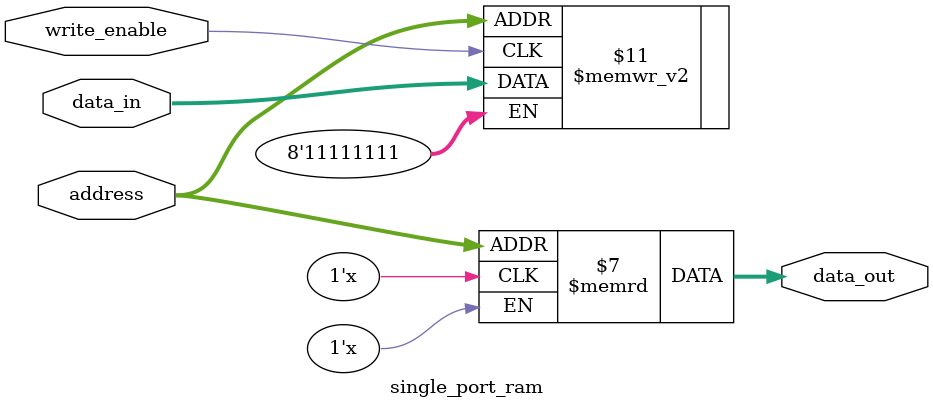
<source format=sv>
module single_port_ram (
  input wire [3:0] address, // 4-bit address
  input wire [7:0] data_in, // 8-bit data input
  input wire write_enable, // Write enable control input
  output reg [7:0] data_out // 8-bit data output
);

  reg [7:0] memory [0:15]; // 16x8 memory array

  always @(posedge write_enable) begin
    memory[address] <= data_in;
  end

  always @(*) begin
    data_out = memory[address];
  end

endmodule

</source>
